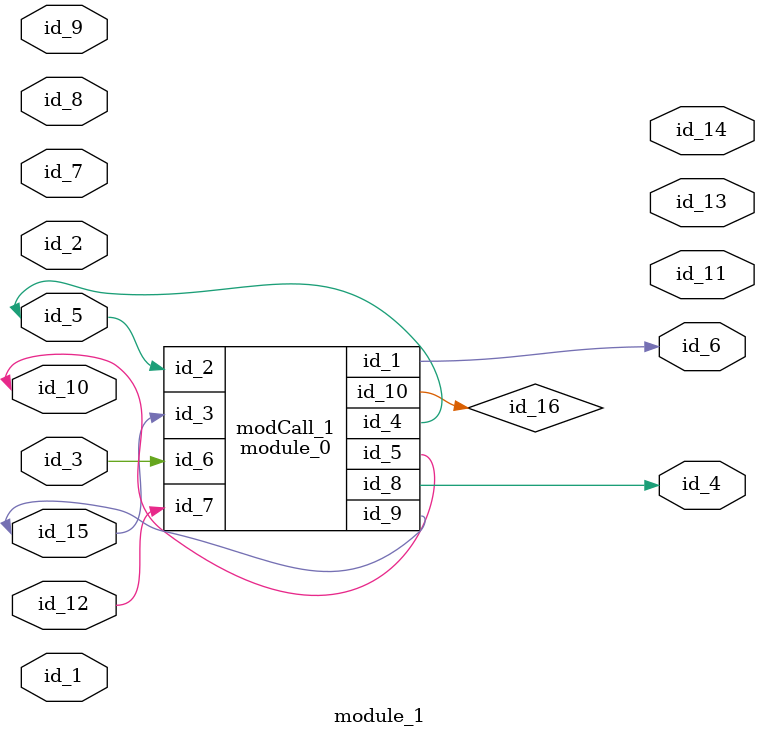
<source format=v>
module module_0 (
    id_1,
    id_2,
    id_3,
    id_4,
    id_5,
    id_6,
    id_7,
    id_8,
    id_9,
    id_10
);
  output wire id_10;
  inout wire id_9;
  output wire id_8;
  input wire id_7;
  input wire id_6;
  inout wire id_5;
  output wire id_4;
  input wire id_3;
  input wire id_2;
  output wire id_1;
endmodule
module module_1 (
    id_1,
    id_2,
    id_3,
    id_4,
    id_5,
    id_6,
    id_7,
    id_8,
    id_9,
    id_10,
    id_11,
    id_12,
    id_13,
    id_14,
    id_15
);
  inout wire id_15;
  output wire id_14;
  output wire id_13;
  input wire id_12;
  output wire id_11;
  inout wire id_10;
  input wire id_9;
  inout wire id_8;
  inout wire id_7;
  output wire id_6;
  inout wire id_5;
  output wire id_4;
  input wire id_3;
  inout wire id_2;
  input wire id_1;
  wire id_16;
  module_0 modCall_1 (
      id_6,
      id_5,
      id_15,
      id_5,
      id_10,
      id_3,
      id_12,
      id_4,
      id_15,
      id_16
  );
endmodule

</source>
